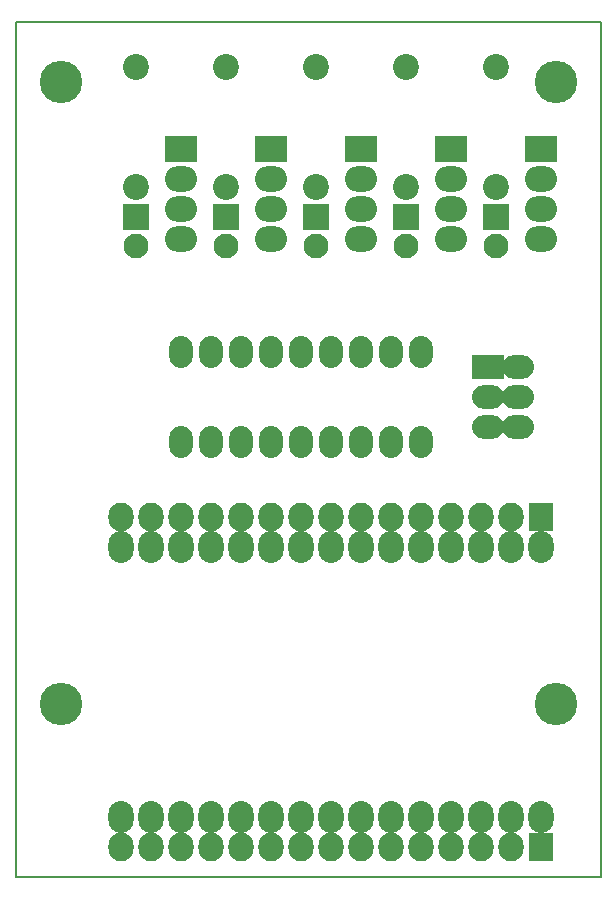
<source format=gbr>
G04 #@! TF.FileFunction,Soldermask,Bot*
%FSLAX46Y46*%
G04 Gerber Fmt 4.6, Leading zero omitted, Abs format (unit mm)*
G04 Created by KiCad (PCBNEW 4.0.3-stable) date 2016 August 18, Thursday 22:42:55*
%MOMM*%
%LPD*%
G01*
G04 APERTURE LIST*
%ADD10C,0.100000*%
%ADD11C,0.150000*%
%ADD12O,2.000000X2.700000*%
%ADD13C,3.600000*%
%ADD14R,2.700000X2.200000*%
%ADD15O,2.700000X2.200000*%
%ADD16R,2.200000X2.200000*%
%ADD17C,2.100000*%
%ADD18C,2.200000*%
%ADD19R,2.700000X2.000000*%
%ADD20O,2.700000X2.000000*%
%ADD21R,2.127200X2.432000*%
%ADD22O,2.127200X2.432000*%
%ADD23O,2.127200X2.700000*%
G04 APERTURE END LIST*
D10*
D11*
X127000000Y-46990000D02*
X127000000Y-119380000D01*
X77470000Y-46990000D02*
X77470000Y-119380000D01*
X127000000Y-119380000D02*
X77470000Y-119380000D01*
X77470000Y-46990000D02*
X127000000Y-46990000D01*
D12*
X91440000Y-82550000D03*
X93980000Y-82550000D03*
X96520000Y-82550000D03*
X99060000Y-82550000D03*
X101600000Y-82550000D03*
X104140000Y-82550000D03*
X106680000Y-82550000D03*
X109220000Y-82550000D03*
X111760000Y-82550000D03*
X111760000Y-74930000D03*
X109220000Y-74930000D03*
X106680000Y-74930000D03*
X104140000Y-74930000D03*
X101600000Y-74930000D03*
X99060000Y-74930000D03*
X96520000Y-74930000D03*
X93980000Y-74930000D03*
X91440000Y-74930000D03*
D13*
X81280000Y-104775000D03*
X123190000Y-104775000D03*
X123190000Y-52070000D03*
D14*
X114300000Y-57785000D03*
D15*
X114300000Y-60325000D03*
X114300000Y-62865000D03*
X114300000Y-65405000D03*
D16*
X102870000Y-63500000D03*
D17*
X102870000Y-66000000D03*
D18*
X95250000Y-60960000D03*
X95250000Y-50800000D03*
D16*
X87630000Y-63500000D03*
D17*
X87630000Y-66000000D03*
D18*
X87630000Y-60960000D03*
X87630000Y-50800000D03*
D16*
X95250000Y-63500000D03*
D17*
X95250000Y-66000000D03*
D16*
X110490000Y-63500000D03*
D17*
X110490000Y-66000000D03*
D16*
X118110000Y-63500000D03*
D17*
X118110000Y-66000000D03*
D19*
X117475000Y-76200000D03*
D20*
X120015000Y-76200000D03*
X117475000Y-78740000D03*
X120015000Y-78740000D03*
X117475000Y-81280000D03*
X120015000Y-81280000D03*
D14*
X91440000Y-57785000D03*
D15*
X91440000Y-60325000D03*
X91440000Y-62865000D03*
X91440000Y-65405000D03*
D14*
X99060000Y-57785000D03*
D15*
X99060000Y-60325000D03*
X99060000Y-62865000D03*
X99060000Y-65405000D03*
D14*
X106680000Y-57785000D03*
D15*
X106680000Y-60325000D03*
X106680000Y-62865000D03*
X106680000Y-65405000D03*
D14*
X121920000Y-57785000D03*
D15*
X121920000Y-60325000D03*
X121920000Y-62865000D03*
X121920000Y-65405000D03*
D18*
X102870000Y-60960000D03*
X102870000Y-50800000D03*
X110490000Y-60960000D03*
X110490000Y-50800000D03*
X118110000Y-60960000D03*
X118110000Y-50800000D03*
D13*
X81280000Y-52070000D03*
D21*
X121920000Y-116840000D03*
D22*
X119380000Y-116840000D03*
X116840000Y-116840000D03*
X114300000Y-116840000D03*
X111760000Y-116840000D03*
X109220000Y-116840000D03*
X106680000Y-116840000D03*
X104140000Y-116840000D03*
X101600000Y-116840000D03*
X99060000Y-116840000D03*
X96520000Y-116840000D03*
X93980000Y-116840000D03*
X91440000Y-116840000D03*
X88900000Y-116840000D03*
X86360000Y-116840000D03*
D21*
X121920000Y-88900000D03*
D22*
X119380000Y-88900000D03*
X116840000Y-88900000D03*
X114300000Y-88900000D03*
X111760000Y-88900000D03*
X109220000Y-88900000D03*
X106680000Y-88900000D03*
X104140000Y-88900000D03*
X101600000Y-88900000D03*
X99060000Y-88900000D03*
X96520000Y-88900000D03*
X93980000Y-88900000D03*
X91440000Y-88900000D03*
X88900000Y-88900000D03*
X86360000Y-88900000D03*
D23*
X121920000Y-114300000D03*
X119380000Y-114300000D03*
X116840000Y-114300000D03*
X114300000Y-114300000D03*
X111760000Y-114300000D03*
X109220000Y-114300000D03*
X106680000Y-114300000D03*
X104140000Y-114300000D03*
X101600000Y-114300000D03*
X99060000Y-114300000D03*
X96520000Y-114300000D03*
X93980000Y-114300000D03*
X91440000Y-114300000D03*
X88900000Y-114300000D03*
X86360000Y-114300000D03*
X86360000Y-91440000D03*
X88900000Y-91440000D03*
X91440000Y-91440000D03*
X93980000Y-91440000D03*
X96520000Y-91440000D03*
X99060000Y-91440000D03*
X101600000Y-91440000D03*
X104140000Y-91440000D03*
X106680000Y-91440000D03*
X109220000Y-91440000D03*
X111760000Y-91440000D03*
X114300000Y-91440000D03*
X116840000Y-91440000D03*
X119380000Y-91440000D03*
X121920000Y-91440000D03*
M02*

</source>
